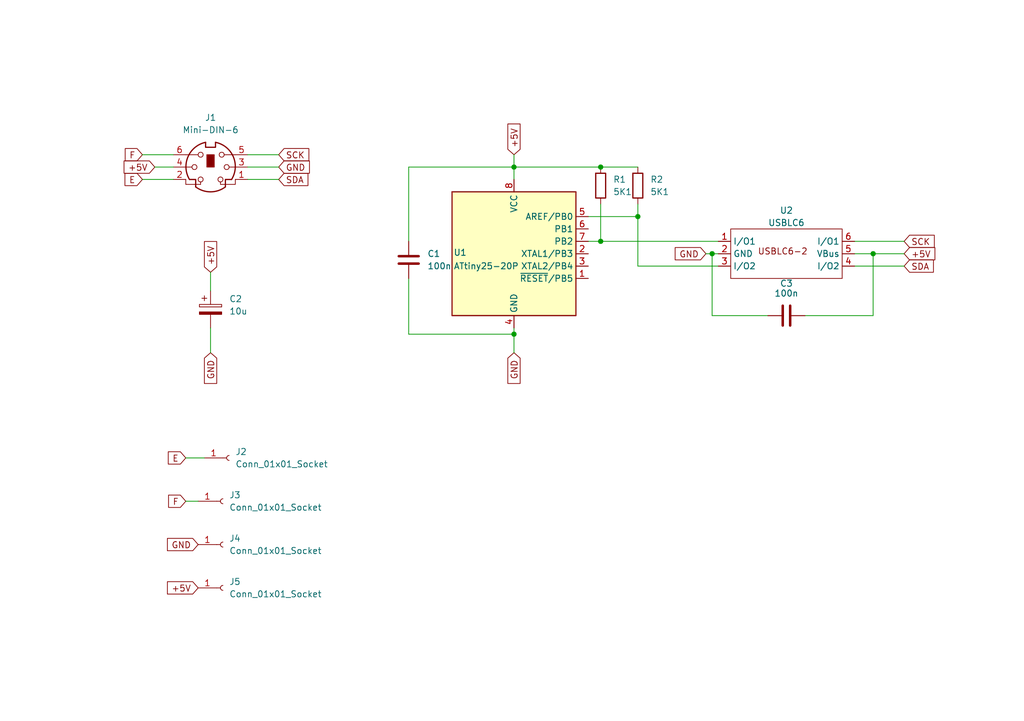
<source format=kicad_sch>
(kicad_sch
	(version 20231120)
	(generator "eeschema")
	(generator_version "8.0")
	(uuid "46bbe0fe-6d2a-4d4d-b5fe-6792d2244ff1")
	(paper "A5")
	(lib_symbols
		(symbol "Connector:Conn_01x01_Socket"
			(pin_names
				(offset 1.016) hide)
			(exclude_from_sim no)
			(in_bom yes)
			(on_board yes)
			(property "Reference" "J"
				(at 0 2.54 0)
				(effects
					(font
						(size 1.27 1.27)
					)
				)
			)
			(property "Value" "Conn_01x01_Socket"
				(at 0 -2.54 0)
				(effects
					(font
						(size 1.27 1.27)
					)
				)
			)
			(property "Footprint" ""
				(at 0 0 0)
				(effects
					(font
						(size 1.27 1.27)
					)
					(hide yes)
				)
			)
			(property "Datasheet" "~"
				(at 0 0 0)
				(effects
					(font
						(size 1.27 1.27)
					)
					(hide yes)
				)
			)
			(property "Description" "Generic connector, single row, 01x01, script generated"
				(at 0 0 0)
				(effects
					(font
						(size 1.27 1.27)
					)
					(hide yes)
				)
			)
			(property "ki_locked" ""
				(at 0 0 0)
				(effects
					(font
						(size 1.27 1.27)
					)
				)
			)
			(property "ki_keywords" "connector"
				(at 0 0 0)
				(effects
					(font
						(size 1.27 1.27)
					)
					(hide yes)
				)
			)
			(property "ki_fp_filters" "Connector*:*_1x??_*"
				(at 0 0 0)
				(effects
					(font
						(size 1.27 1.27)
					)
					(hide yes)
				)
			)
			(symbol "Conn_01x01_Socket_1_1"
				(polyline
					(pts
						(xy -1.27 0) (xy -0.508 0)
					)
					(stroke
						(width 0.1524)
						(type default)
					)
					(fill
						(type none)
					)
				)
				(arc
					(start 0 0.508)
					(mid -0.5058 0)
					(end 0 -0.508)
					(stroke
						(width 0.1524)
						(type default)
					)
					(fill
						(type none)
					)
				)
				(pin passive line
					(at -5.08 0 0)
					(length 3.81)
					(name "Pin_1"
						(effects
							(font
								(size 1.27 1.27)
							)
						)
					)
					(number "1"
						(effects
							(font
								(size 1.27 1.27)
							)
						)
					)
				)
			)
		)
		(symbol "Connector:Mini-DIN-6"
			(pin_names
				(offset 1.016)
			)
			(exclude_from_sim no)
			(in_bom yes)
			(on_board yes)
			(property "Reference" "J"
				(at 0 6.35 0)
				(effects
					(font
						(size 1.27 1.27)
					)
				)
			)
			(property "Value" "Mini-DIN-6"
				(at 0 -6.35 0)
				(effects
					(font
						(size 1.27 1.27)
					)
				)
			)
			(property "Footprint" ""
				(at 0 0 0)
				(effects
					(font
						(size 1.27 1.27)
					)
					(hide yes)
				)
			)
			(property "Datasheet" "http://service.powerdynamics.com/ec/Catalog17/Section%2011.pdf"
				(at 0 0 0)
				(effects
					(font
						(size 1.27 1.27)
					)
					(hide yes)
				)
			)
			(property "Description" "6-pin Mini-DIN connector"
				(at 0 0 0)
				(effects
					(font
						(size 1.27 1.27)
					)
					(hide yes)
				)
			)
			(property "ki_keywords" "Mini-DIN"
				(at 0 0 0)
				(effects
					(font
						(size 1.27 1.27)
					)
					(hide yes)
				)
			)
			(property "ki_fp_filters" "MINI?DIN*"
				(at 0 0 0)
				(effects
					(font
						(size 1.27 1.27)
					)
					(hide yes)
				)
			)
			(symbol "Mini-DIN-6_0_1"
				(circle
					(center -3.302 0)
					(radius 0.508)
					(stroke
						(width 0)
						(type default)
					)
					(fill
						(type none)
					)
				)
				(arc
					(start -3.048 -4.064)
					(mid 0 -5.08)
					(end 3.048 -4.064)
					(stroke
						(width 0.254)
						(type default)
					)
					(fill
						(type none)
					)
				)
				(circle
					(center -2.032 -2.54)
					(radius 0.508)
					(stroke
						(width 0)
						(type default)
					)
					(fill
						(type none)
					)
				)
				(circle
					(center -2.032 2.54)
					(radius 0.508)
					(stroke
						(width 0)
						(type default)
					)
					(fill
						(type none)
					)
				)
				(arc
					(start -1.016 5.08)
					(mid -4.6228 2.1214)
					(end -4.318 -2.54)
					(stroke
						(width 0.254)
						(type default)
					)
					(fill
						(type none)
					)
				)
				(rectangle
					(start -0.762 2.54)
					(end 0.762 0)
					(stroke
						(width 0)
						(type default)
					)
					(fill
						(type outline)
					)
				)
				(polyline
					(pts
						(xy -3.81 0) (xy -5.08 0)
					)
					(stroke
						(width 0)
						(type default)
					)
					(fill
						(type none)
					)
				)
				(polyline
					(pts
						(xy -2.54 2.54) (xy -5.08 2.54)
					)
					(stroke
						(width 0)
						(type default)
					)
					(fill
						(type none)
					)
				)
				(polyline
					(pts
						(xy 2.794 2.54) (xy 5.08 2.54)
					)
					(stroke
						(width 0)
						(type default)
					)
					(fill
						(type none)
					)
				)
				(polyline
					(pts
						(xy 5.08 0) (xy 3.81 0)
					)
					(stroke
						(width 0)
						(type default)
					)
					(fill
						(type none)
					)
				)
				(polyline
					(pts
						(xy -4.318 -2.54) (xy -3.048 -2.54) (xy -3.048 -4.064)
					)
					(stroke
						(width 0.254)
						(type default)
					)
					(fill
						(type none)
					)
				)
				(polyline
					(pts
						(xy 4.318 -2.54) (xy 3.048 -2.54) (xy 3.048 -4.064)
					)
					(stroke
						(width 0.254)
						(type default)
					)
					(fill
						(type none)
					)
				)
				(polyline
					(pts
						(xy -2.032 -3.048) (xy -2.032 -3.556) (xy -5.08 -3.556) (xy -5.08 -2.54)
					)
					(stroke
						(width 0)
						(type default)
					)
					(fill
						(type none)
					)
				)
				(polyline
					(pts
						(xy -1.016 5.08) (xy -1.016 4.064) (xy 1.016 4.064) (xy 1.016 5.08)
					)
					(stroke
						(width 0.254)
						(type default)
					)
					(fill
						(type none)
					)
				)
				(polyline
					(pts
						(xy 2.032 -3.048) (xy 2.032 -3.556) (xy 5.08 -3.556) (xy 5.08 -2.54)
					)
					(stroke
						(width 0)
						(type default)
					)
					(fill
						(type none)
					)
				)
				(circle
					(center 2.032 -2.54)
					(radius 0.508)
					(stroke
						(width 0)
						(type default)
					)
					(fill
						(type none)
					)
				)
				(circle
					(center 2.286 2.54)
					(radius 0.508)
					(stroke
						(width 0)
						(type default)
					)
					(fill
						(type none)
					)
				)
				(circle
					(center 3.302 0)
					(radius 0.508)
					(stroke
						(width 0)
						(type default)
					)
					(fill
						(type none)
					)
				)
				(arc
					(start 4.318 -2.54)
					(mid 4.6661 2.1322)
					(end 1.016 5.08)
					(stroke
						(width 0.254)
						(type default)
					)
					(fill
						(type none)
					)
				)
			)
			(symbol "Mini-DIN-6_1_1"
				(pin passive line
					(at 7.62 -2.54 180)
					(length 2.54)
					(name "~"
						(effects
							(font
								(size 1.27 1.27)
							)
						)
					)
					(number "1"
						(effects
							(font
								(size 1.27 1.27)
							)
						)
					)
				)
				(pin passive line
					(at -7.62 -2.54 0)
					(length 2.54)
					(name "~"
						(effects
							(font
								(size 1.27 1.27)
							)
						)
					)
					(number "2"
						(effects
							(font
								(size 1.27 1.27)
							)
						)
					)
				)
				(pin passive line
					(at 7.62 0 180)
					(length 2.54)
					(name "~"
						(effects
							(font
								(size 1.27 1.27)
							)
						)
					)
					(number "3"
						(effects
							(font
								(size 1.27 1.27)
							)
						)
					)
				)
				(pin passive line
					(at -7.62 0 0)
					(length 2.54)
					(name "~"
						(effects
							(font
								(size 1.27 1.27)
							)
						)
					)
					(number "4"
						(effects
							(font
								(size 1.27 1.27)
							)
						)
					)
				)
				(pin passive line
					(at 7.62 2.54 180)
					(length 2.54)
					(name "~"
						(effects
							(font
								(size 1.27 1.27)
							)
						)
					)
					(number "5"
						(effects
							(font
								(size 1.27 1.27)
							)
						)
					)
				)
				(pin passive line
					(at -7.62 2.54 0)
					(length 2.54)
					(name "~"
						(effects
							(font
								(size 1.27 1.27)
							)
						)
					)
					(number "6"
						(effects
							(font
								(size 1.27 1.27)
							)
						)
					)
				)
			)
		)
		(symbol "Device:C"
			(pin_numbers hide)
			(pin_names
				(offset 0.254)
			)
			(exclude_from_sim no)
			(in_bom yes)
			(on_board yes)
			(property "Reference" "C"
				(at 0.635 2.54 0)
				(effects
					(font
						(size 1.27 1.27)
					)
					(justify left)
				)
			)
			(property "Value" "C"
				(at 0.635 -2.54 0)
				(effects
					(font
						(size 1.27 1.27)
					)
					(justify left)
				)
			)
			(property "Footprint" ""
				(at 0.9652 -3.81 0)
				(effects
					(font
						(size 1.27 1.27)
					)
					(hide yes)
				)
			)
			(property "Datasheet" "~"
				(at 0 0 0)
				(effects
					(font
						(size 1.27 1.27)
					)
					(hide yes)
				)
			)
			(property "Description" "Unpolarized capacitor"
				(at 0 0 0)
				(effects
					(font
						(size 1.27 1.27)
					)
					(hide yes)
				)
			)
			(property "ki_keywords" "cap capacitor"
				(at 0 0 0)
				(effects
					(font
						(size 1.27 1.27)
					)
					(hide yes)
				)
			)
			(property "ki_fp_filters" "C_*"
				(at 0 0 0)
				(effects
					(font
						(size 1.27 1.27)
					)
					(hide yes)
				)
			)
			(symbol "C_0_1"
				(polyline
					(pts
						(xy -2.032 -0.762) (xy 2.032 -0.762)
					)
					(stroke
						(width 0.508)
						(type default)
					)
					(fill
						(type none)
					)
				)
				(polyline
					(pts
						(xy -2.032 0.762) (xy 2.032 0.762)
					)
					(stroke
						(width 0.508)
						(type default)
					)
					(fill
						(type none)
					)
				)
			)
			(symbol "C_1_1"
				(pin passive line
					(at 0 3.81 270)
					(length 2.794)
					(name "~"
						(effects
							(font
								(size 1.27 1.27)
							)
						)
					)
					(number "1"
						(effects
							(font
								(size 1.27 1.27)
							)
						)
					)
				)
				(pin passive line
					(at 0 -3.81 90)
					(length 2.794)
					(name "~"
						(effects
							(font
								(size 1.27 1.27)
							)
						)
					)
					(number "2"
						(effects
							(font
								(size 1.27 1.27)
							)
						)
					)
				)
			)
		)
		(symbol "Device:C_Polarized"
			(pin_numbers hide)
			(pin_names
				(offset 0.254)
			)
			(exclude_from_sim no)
			(in_bom yes)
			(on_board yes)
			(property "Reference" "C"
				(at 0.635 2.54 0)
				(effects
					(font
						(size 1.27 1.27)
					)
					(justify left)
				)
			)
			(property "Value" "C_Polarized"
				(at 0.635 -2.54 0)
				(effects
					(font
						(size 1.27 1.27)
					)
					(justify left)
				)
			)
			(property "Footprint" ""
				(at 0.9652 -3.81 0)
				(effects
					(font
						(size 1.27 1.27)
					)
					(hide yes)
				)
			)
			(property "Datasheet" "~"
				(at 0 0 0)
				(effects
					(font
						(size 1.27 1.27)
					)
					(hide yes)
				)
			)
			(property "Description" "Polarized capacitor"
				(at 0 0 0)
				(effects
					(font
						(size 1.27 1.27)
					)
					(hide yes)
				)
			)
			(property "ki_keywords" "cap capacitor"
				(at 0 0 0)
				(effects
					(font
						(size 1.27 1.27)
					)
					(hide yes)
				)
			)
			(property "ki_fp_filters" "CP_*"
				(at 0 0 0)
				(effects
					(font
						(size 1.27 1.27)
					)
					(hide yes)
				)
			)
			(symbol "C_Polarized_0_1"
				(rectangle
					(start -2.286 0.508)
					(end 2.286 1.016)
					(stroke
						(width 0)
						(type default)
					)
					(fill
						(type none)
					)
				)
				(polyline
					(pts
						(xy -1.778 2.286) (xy -0.762 2.286)
					)
					(stroke
						(width 0)
						(type default)
					)
					(fill
						(type none)
					)
				)
				(polyline
					(pts
						(xy -1.27 2.794) (xy -1.27 1.778)
					)
					(stroke
						(width 0)
						(type default)
					)
					(fill
						(type none)
					)
				)
				(rectangle
					(start 2.286 -0.508)
					(end -2.286 -1.016)
					(stroke
						(width 0)
						(type default)
					)
					(fill
						(type outline)
					)
				)
			)
			(symbol "C_Polarized_1_1"
				(pin passive line
					(at 0 3.81 270)
					(length 2.794)
					(name "~"
						(effects
							(font
								(size 1.27 1.27)
							)
						)
					)
					(number "1"
						(effects
							(font
								(size 1.27 1.27)
							)
						)
					)
				)
				(pin passive line
					(at 0 -3.81 90)
					(length 2.794)
					(name "~"
						(effects
							(font
								(size 1.27 1.27)
							)
						)
					)
					(number "2"
						(effects
							(font
								(size 1.27 1.27)
							)
						)
					)
				)
			)
		)
		(symbol "Device:R"
			(pin_numbers hide)
			(pin_names
				(offset 0)
			)
			(exclude_from_sim no)
			(in_bom yes)
			(on_board yes)
			(property "Reference" "R"
				(at 2.032 0 90)
				(effects
					(font
						(size 1.27 1.27)
					)
				)
			)
			(property "Value" "R"
				(at 0 0 90)
				(effects
					(font
						(size 1.27 1.27)
					)
				)
			)
			(property "Footprint" ""
				(at -1.778 0 90)
				(effects
					(font
						(size 1.27 1.27)
					)
					(hide yes)
				)
			)
			(property "Datasheet" "~"
				(at 0 0 0)
				(effects
					(font
						(size 1.27 1.27)
					)
					(hide yes)
				)
			)
			(property "Description" "Resistor"
				(at 0 0 0)
				(effects
					(font
						(size 1.27 1.27)
					)
					(hide yes)
				)
			)
			(property "ki_keywords" "R res resistor"
				(at 0 0 0)
				(effects
					(font
						(size 1.27 1.27)
					)
					(hide yes)
				)
			)
			(property "ki_fp_filters" "R_*"
				(at 0 0 0)
				(effects
					(font
						(size 1.27 1.27)
					)
					(hide yes)
				)
			)
			(symbol "R_0_1"
				(rectangle
					(start -1.016 -2.54)
					(end 1.016 2.54)
					(stroke
						(width 0.254)
						(type default)
					)
					(fill
						(type none)
					)
				)
			)
			(symbol "R_1_1"
				(pin passive line
					(at 0 3.81 270)
					(length 1.27)
					(name "~"
						(effects
							(font
								(size 1.27 1.27)
							)
						)
					)
					(number "1"
						(effects
							(font
								(size 1.27 1.27)
							)
						)
					)
				)
				(pin passive line
					(at 0 -3.81 90)
					(length 1.27)
					(name "~"
						(effects
							(font
								(size 1.27 1.27)
							)
						)
					)
					(number "2"
						(effects
							(font
								(size 1.27 1.27)
							)
						)
					)
				)
			)
		)
		(symbol "Library:USBLC6-2"
			(exclude_from_sim no)
			(in_bom yes)
			(on_board yes)
			(property "Reference" "U"
				(at 0 3.81 0)
				(effects
					(font
						(size 1.27 1.27)
					)
				)
			)
			(property "Value" ""
				(at 0 0 0)
				(effects
					(font
						(size 1.27 1.27)
					)
				)
			)
			(property "Footprint" ""
				(at 0 0 0)
				(effects
					(font
						(size 1.27 1.27)
					)
					(hide yes)
				)
			)
			(property "Datasheet" ""
				(at 0 0 0)
				(effects
					(font
						(size 1.27 1.27)
					)
					(hide yes)
				)
			)
			(property "Description" ""
				(at 0 0 0)
				(effects
					(font
						(size 1.27 1.27)
					)
					(hide yes)
				)
			)
			(symbol "USBLC6-2_0_1"
				(rectangle
					(start 12.7 1.27)
					(end -10.16 11.43)
					(stroke
						(width 0)
						(type default)
					)
					(fill
						(type none)
					)
				)
			)
			(symbol "USBLC6-2_1_1"
				(text "USBLC6-2"
					(at 0.508 6.858 0)
					(effects
						(font
							(size 1.27 1.27)
						)
					)
				)
				(pin bidirectional line
					(at -12.7 8.89 0)
					(length 2.54)
					(name "I/O1"
						(effects
							(font
								(size 1.27 1.27)
							)
						)
					)
					(number "1"
						(effects
							(font
								(size 1.27 1.27)
							)
						)
					)
				)
				(pin bidirectional line
					(at -12.7 6.35 0)
					(length 2.54)
					(name "GND"
						(effects
							(font
								(size 1.27 1.27)
							)
						)
					)
					(number "2"
						(effects
							(font
								(size 1.27 1.27)
							)
						)
					)
				)
				(pin bidirectional line
					(at -12.7 3.81 0)
					(length 2.54)
					(name "I/O2"
						(effects
							(font
								(size 1.27 1.27)
							)
						)
					)
					(number "3"
						(effects
							(font
								(size 1.27 1.27)
							)
						)
					)
				)
				(pin bidirectional line
					(at 15.24 3.81 180)
					(length 2.54)
					(name "I/O2"
						(effects
							(font
								(size 1.27 1.27)
							)
						)
					)
					(number "4"
						(effects
							(font
								(size 1.27 1.27)
							)
						)
					)
				)
				(pin bidirectional line
					(at 15.24 6.35 180)
					(length 2.54)
					(name "VBus"
						(effects
							(font
								(size 1.27 1.27)
							)
						)
					)
					(number "5"
						(effects
							(font
								(size 1.27 1.27)
							)
						)
					)
				)
				(pin bidirectional line
					(at 15.24 8.89 180)
					(length 2.54)
					(name "I/O1"
						(effects
							(font
								(size 1.27 1.27)
							)
						)
					)
					(number "6"
						(effects
							(font
								(size 1.27 1.27)
							)
						)
					)
				)
			)
		)
		(symbol "MCU_Microchip_ATtiny:ATtiny25-20P"
			(exclude_from_sim no)
			(in_bom yes)
			(on_board yes)
			(property "Reference" "U"
				(at -12.7 13.97 0)
				(effects
					(font
						(size 1.27 1.27)
					)
					(justify left bottom)
				)
			)
			(property "Value" "ATtiny25-20P"
				(at 2.54 -13.97 0)
				(effects
					(font
						(size 1.27 1.27)
					)
					(justify left top)
				)
			)
			(property "Footprint" "Package_DIP:DIP-8_W7.62mm"
				(at 0 0 0)
				(effects
					(font
						(size 1.27 1.27)
						(italic yes)
					)
					(hide yes)
				)
			)
			(property "Datasheet" "http://ww1.microchip.com/downloads/en/DeviceDoc/atmel-2586-avr-8-bit-microcontroller-attiny25-attiny45-attiny85_datasheet.pdf"
				(at 0 0 0)
				(effects
					(font
						(size 1.27 1.27)
					)
					(hide yes)
				)
			)
			(property "Description" "20MHz, 2kB Flash, 128B SRAM, 128B EEPROM, debugWIRE, DIP-8"
				(at 0 0 0)
				(effects
					(font
						(size 1.27 1.27)
					)
					(hide yes)
				)
			)
			(property "ki_keywords" "AVR 8bit Microcontroller tinyAVR"
				(at 0 0 0)
				(effects
					(font
						(size 1.27 1.27)
					)
					(hide yes)
				)
			)
			(property "ki_fp_filters" "DIP*W7.62mm*"
				(at 0 0 0)
				(effects
					(font
						(size 1.27 1.27)
					)
					(hide yes)
				)
			)
			(symbol "ATtiny25-20P_0_1"
				(rectangle
					(start -12.7 -12.7)
					(end 12.7 12.7)
					(stroke
						(width 0.254)
						(type default)
					)
					(fill
						(type background)
					)
				)
			)
			(symbol "ATtiny25-20P_1_1"
				(pin bidirectional line
					(at 15.24 -5.08 180)
					(length 2.54)
					(name "~{RESET}/PB5"
						(effects
							(font
								(size 1.27 1.27)
							)
						)
					)
					(number "1"
						(effects
							(font
								(size 1.27 1.27)
							)
						)
					)
				)
				(pin bidirectional line
					(at 15.24 0 180)
					(length 2.54)
					(name "XTAL1/PB3"
						(effects
							(font
								(size 1.27 1.27)
							)
						)
					)
					(number "2"
						(effects
							(font
								(size 1.27 1.27)
							)
						)
					)
				)
				(pin bidirectional line
					(at 15.24 -2.54 180)
					(length 2.54)
					(name "XTAL2/PB4"
						(effects
							(font
								(size 1.27 1.27)
							)
						)
					)
					(number "3"
						(effects
							(font
								(size 1.27 1.27)
							)
						)
					)
				)
				(pin power_in line
					(at 0 -15.24 90)
					(length 2.54)
					(name "GND"
						(effects
							(font
								(size 1.27 1.27)
							)
						)
					)
					(number "4"
						(effects
							(font
								(size 1.27 1.27)
							)
						)
					)
				)
				(pin bidirectional line
					(at 15.24 7.62 180)
					(length 2.54)
					(name "AREF/PB0"
						(effects
							(font
								(size 1.27 1.27)
							)
						)
					)
					(number "5"
						(effects
							(font
								(size 1.27 1.27)
							)
						)
					)
				)
				(pin bidirectional line
					(at 15.24 5.08 180)
					(length 2.54)
					(name "PB1"
						(effects
							(font
								(size 1.27 1.27)
							)
						)
					)
					(number "6"
						(effects
							(font
								(size 1.27 1.27)
							)
						)
					)
				)
				(pin bidirectional line
					(at 15.24 2.54 180)
					(length 2.54)
					(name "PB2"
						(effects
							(font
								(size 1.27 1.27)
							)
						)
					)
					(number "7"
						(effects
							(font
								(size 1.27 1.27)
							)
						)
					)
				)
				(pin power_in line
					(at 0 15.24 270)
					(length 2.54)
					(name "VCC"
						(effects
							(font
								(size 1.27 1.27)
							)
						)
					)
					(number "8"
						(effects
							(font
								(size 1.27 1.27)
							)
						)
					)
				)
			)
		)
	)
	(junction
		(at 179.07 52.07)
		(diameter 0)
		(color 0 0 0 0)
		(uuid "76f2e7e7-e0be-44ce-8ac4-412f1bf22540")
	)
	(junction
		(at 105.41 68.58)
		(diameter 0)
		(color 0 0 0 0)
		(uuid "83c73e9e-137e-470c-b980-e7aec861e2fe")
	)
	(junction
		(at 130.81 44.45)
		(diameter 0)
		(color 0 0 0 0)
		(uuid "8555a325-5542-47b9-884b-5ff503776180")
	)
	(junction
		(at 123.19 34.29)
		(diameter 0)
		(color 0 0 0 0)
		(uuid "c29cda75-e7e3-4fc0-9ebf-f03cb6420c86")
	)
	(junction
		(at 123.19 49.53)
		(diameter 0)
		(color 0 0 0 0)
		(uuid "e13b1b27-3978-4477-a02a-eca09d231b17")
	)
	(junction
		(at 146.05 52.07)
		(diameter 0)
		(color 0 0 0 0)
		(uuid "e5d2a8a5-651f-47ef-849f-1fb05964e757")
	)
	(junction
		(at 105.41 34.29)
		(diameter 0)
		(color 0 0 0 0)
		(uuid "f2e5b0bf-e7f8-4923-bd51-5f9becbebe8c")
	)
	(wire
		(pts
			(xy 130.81 44.45) (xy 130.81 54.61)
		)
		(stroke
			(width 0)
			(type default)
		)
		(uuid "0223bc7f-1590-41e4-bd71-cfdb78d9c536")
	)
	(wire
		(pts
			(xy 144.78 52.07) (xy 146.05 52.07)
		)
		(stroke
			(width 0)
			(type default)
		)
		(uuid "023db155-cce2-454f-ab01-ed368f9fa2e4")
	)
	(wire
		(pts
			(xy 105.41 31.75) (xy 105.41 34.29)
		)
		(stroke
			(width 0)
			(type default)
		)
		(uuid "0c2dbd07-ef36-4531-b041-0d99900939e0")
	)
	(wire
		(pts
			(xy 179.07 64.77) (xy 179.07 52.07)
		)
		(stroke
			(width 0)
			(type default)
		)
		(uuid "1734dce9-f328-4758-bb5a-cc2e9606e7fa")
	)
	(wire
		(pts
			(xy 50.8 36.83) (xy 57.15 36.83)
		)
		(stroke
			(width 0)
			(type default)
		)
		(uuid "1ee9b492-540d-419a-83f4-ea42efc1ede2")
	)
	(wire
		(pts
			(xy 105.41 34.29) (xy 123.19 34.29)
		)
		(stroke
			(width 0)
			(type default)
		)
		(uuid "20864270-8763-4351-adea-d0692e1b2f6e")
	)
	(wire
		(pts
			(xy 120.65 49.53) (xy 123.19 49.53)
		)
		(stroke
			(width 0)
			(type default)
		)
		(uuid "21185ec9-3a6b-4ee3-a6ed-bcacf59be830")
	)
	(wire
		(pts
			(xy 165.1 64.77) (xy 179.07 64.77)
		)
		(stroke
			(width 0)
			(type default)
		)
		(uuid "2676b3a8-afe1-4a4f-ab24-aa80dc09dd9b")
	)
	(wire
		(pts
			(xy 38.1 102.87) (xy 40.64 102.87)
		)
		(stroke
			(width 0)
			(type default)
		)
		(uuid "2e37ca04-e8dc-4433-8acc-705f1449abb3")
	)
	(wire
		(pts
			(xy 83.82 49.53) (xy 83.82 34.29)
		)
		(stroke
			(width 0)
			(type default)
		)
		(uuid "3659fa30-4cea-4d6d-8330-6d367ba05425")
	)
	(wire
		(pts
			(xy 175.26 54.61) (xy 185.42 54.61)
		)
		(stroke
			(width 0)
			(type default)
		)
		(uuid "3bf2cb71-aed8-4df8-bc3c-8b5163259c5a")
	)
	(wire
		(pts
			(xy 83.82 57.15) (xy 83.82 68.58)
		)
		(stroke
			(width 0)
			(type default)
		)
		(uuid "3ce5643f-65d2-47d6-97a3-b9016b66c3c2")
	)
	(wire
		(pts
			(xy 146.05 64.77) (xy 146.05 52.07)
		)
		(stroke
			(width 0)
			(type default)
		)
		(uuid "440787e8-5cd3-4b91-a14a-49d2dd134d08")
	)
	(wire
		(pts
			(xy 130.81 41.91) (xy 130.81 44.45)
		)
		(stroke
			(width 0)
			(type default)
		)
		(uuid "447f8943-6bbc-41d5-b84b-b100edecafbb")
	)
	(wire
		(pts
			(xy 83.82 68.58) (xy 105.41 68.58)
		)
		(stroke
			(width 0)
			(type default)
		)
		(uuid "46838316-917d-4aac-bcb0-ffc0118ee15d")
	)
	(wire
		(pts
			(xy 120.65 44.45) (xy 130.81 44.45)
		)
		(stroke
			(width 0)
			(type default)
		)
		(uuid "53640598-6dd3-48ec-8f3f-50c2847f7e28")
	)
	(wire
		(pts
			(xy 123.19 49.53) (xy 147.32 49.53)
		)
		(stroke
			(width 0)
			(type default)
		)
		(uuid "56a9e9f8-a970-4fae-a8d4-882799824312")
	)
	(wire
		(pts
			(xy 179.07 52.07) (xy 185.42 52.07)
		)
		(stroke
			(width 0)
			(type default)
		)
		(uuid "56e94981-0256-4e41-bfeb-e3a454ea6405")
	)
	(wire
		(pts
			(xy 105.41 68.58) (xy 105.41 72.39)
		)
		(stroke
			(width 0)
			(type default)
		)
		(uuid "57403cfb-09eb-4d7b-b7de-9c59af994393")
	)
	(wire
		(pts
			(xy 29.21 31.75) (xy 35.56 31.75)
		)
		(stroke
			(width 0)
			(type default)
		)
		(uuid "576d9a93-6724-4743-af6b-49e6d034f088")
	)
	(wire
		(pts
			(xy 130.81 54.61) (xy 147.32 54.61)
		)
		(stroke
			(width 0)
			(type default)
		)
		(uuid "61bebf16-c720-48eb-98f4-c5ad1b7fae06")
	)
	(wire
		(pts
			(xy 146.05 52.07) (xy 147.32 52.07)
		)
		(stroke
			(width 0)
			(type default)
		)
		(uuid "6846c5f4-d525-42a2-8388-7785329bd6c1")
	)
	(wire
		(pts
			(xy 50.8 31.75) (xy 57.15 31.75)
		)
		(stroke
			(width 0)
			(type default)
		)
		(uuid "79c1ce16-3e4a-477c-9c28-71fbf5473754")
	)
	(wire
		(pts
			(xy 43.18 55.88) (xy 43.18 59.69)
		)
		(stroke
			(width 0)
			(type default)
		)
		(uuid "8f28f3fd-718c-4d96-ad93-ee5dcb0a2ad1")
	)
	(wire
		(pts
			(xy 175.26 49.53) (xy 185.42 49.53)
		)
		(stroke
			(width 0)
			(type default)
		)
		(uuid "ab1b8c6e-8212-4229-8f7c-52446b4baae7")
	)
	(wire
		(pts
			(xy 50.8 34.29) (xy 57.15 34.29)
		)
		(stroke
			(width 0)
			(type default)
		)
		(uuid "b3958006-60e6-49d5-bdb0-0d3f18b2953a")
	)
	(wire
		(pts
			(xy 38.1 93.98) (xy 41.91 93.98)
		)
		(stroke
			(width 0)
			(type default)
		)
		(uuid "b666aa87-7529-4034-a262-8cf48a24588f")
	)
	(wire
		(pts
			(xy 105.41 34.29) (xy 105.41 36.83)
		)
		(stroke
			(width 0)
			(type default)
		)
		(uuid "b96a22e9-a2b5-44e8-9eeb-3578feda5501")
	)
	(wire
		(pts
			(xy 175.26 52.07) (xy 179.07 52.07)
		)
		(stroke
			(width 0)
			(type default)
		)
		(uuid "c409988e-057f-4627-a0a8-96a5d7d627f7")
	)
	(wire
		(pts
			(xy 83.82 34.29) (xy 105.41 34.29)
		)
		(stroke
			(width 0)
			(type default)
		)
		(uuid "c738e03b-9837-4017-9736-f857e55385bc")
	)
	(wire
		(pts
			(xy 105.41 67.31) (xy 105.41 68.58)
		)
		(stroke
			(width 0)
			(type default)
		)
		(uuid "c74fb774-2937-4fcc-8c85-c56aea847693")
	)
	(wire
		(pts
			(xy 123.19 34.29) (xy 130.81 34.29)
		)
		(stroke
			(width 0)
			(type default)
		)
		(uuid "cab694e2-0bf9-4f3c-9b20-53142f17db9e")
	)
	(wire
		(pts
			(xy 157.48 64.77) (xy 146.05 64.77)
		)
		(stroke
			(width 0)
			(type default)
		)
		(uuid "d2a3abee-92cb-4c6a-9e57-00bd6abd256c")
	)
	(wire
		(pts
			(xy 31.75 34.29) (xy 35.56 34.29)
		)
		(stroke
			(width 0)
			(type default)
		)
		(uuid "d413305e-5493-4179-9e41-d57a62b9c28b")
	)
	(wire
		(pts
			(xy 123.19 41.91) (xy 123.19 49.53)
		)
		(stroke
			(width 0)
			(type default)
		)
		(uuid "f7c4dd7d-7f8f-4879-afe0-5063a3fd933b")
	)
	(wire
		(pts
			(xy 43.18 67.31) (xy 43.18 72.39)
		)
		(stroke
			(width 0)
			(type default)
		)
		(uuid "fdf0f98e-11d3-46de-8dc2-8e82897510dd")
	)
	(wire
		(pts
			(xy 29.21 36.83) (xy 35.56 36.83)
		)
		(stroke
			(width 0)
			(type default)
		)
		(uuid "ffef797e-c4d2-4a14-ba1f-f11557fde444")
	)
	(global_label "+5V"
		(shape input)
		(at 40.64 120.65 180)
		(fields_autoplaced yes)
		(effects
			(font
				(size 1.27 1.27)
			)
			(justify right)
		)
		(uuid "06d6a49f-683f-41fd-94ed-71154d32fe74")
		(property "Intersheetrefs" "${INTERSHEET_REFS}"
			(at 33.7843 120.65 0)
			(effects
				(font
					(size 1.27 1.27)
				)
				(justify right)
				(hide yes)
			)
		)
	)
	(global_label "+5V"
		(shape input)
		(at 185.42 52.07 0)
		(fields_autoplaced yes)
		(effects
			(font
				(size 1.27 1.27)
			)
			(justify left)
		)
		(uuid "2b48d12d-73ba-4ba9-9422-cbb3aeaa4e70")
		(property "Intersheetrefs" "${INTERSHEET_REFS}"
			(at 192.2757 52.07 0)
			(effects
				(font
					(size 1.27 1.27)
				)
				(justify left)
				(hide yes)
			)
		)
	)
	(global_label "GND"
		(shape input)
		(at 57.15 34.29 0)
		(fields_autoplaced yes)
		(effects
			(font
				(size 1.27 1.27)
			)
			(justify left)
		)
		(uuid "2d03bb27-f93a-4875-865e-baa5b035eaec")
		(property "Intersheetrefs" "${INTERSHEET_REFS}"
			(at 64.0057 34.29 0)
			(effects
				(font
					(size 1.27 1.27)
				)
				(justify left)
				(hide yes)
			)
		)
	)
	(global_label "GND"
		(shape input)
		(at 43.18 72.39 270)
		(fields_autoplaced yes)
		(effects
			(font
				(size 1.27 1.27)
			)
			(justify right)
		)
		(uuid "3e835021-90e3-4f9a-98b7-5f0cb1fa8176")
		(property "Intersheetrefs" "${INTERSHEET_REFS}"
			(at 43.18 79.2457 90)
			(effects
				(font
					(size 1.27 1.27)
				)
				(justify right)
				(hide yes)
			)
		)
	)
	(global_label "SCK"
		(shape input)
		(at 57.15 31.75 0)
		(fields_autoplaced yes)
		(effects
			(font
				(size 1.27 1.27)
			)
			(justify left)
		)
		(uuid "451fdb76-cbe6-40d7-99c9-649377173602")
		(property "Intersheetrefs" "${INTERSHEET_REFS}"
			(at 63.8847 31.75 0)
			(effects
				(font
					(size 1.27 1.27)
				)
				(justify left)
				(hide yes)
			)
		)
	)
	(global_label "F"
		(shape input)
		(at 29.21 31.75 180)
		(fields_autoplaced yes)
		(effects
			(font
				(size 1.27 1.27)
			)
			(justify right)
		)
		(uuid "4c0eba98-550d-4542-8548-c050592b53ab")
		(property "Intersheetrefs" "${INTERSHEET_REFS}"
			(at 25.1362 31.75 0)
			(effects
				(font
					(size 1.27 1.27)
				)
				(justify right)
				(hide yes)
			)
		)
	)
	(global_label "+5V"
		(shape input)
		(at 43.18 55.88 90)
		(fields_autoplaced yes)
		(effects
			(font
				(size 1.27 1.27)
			)
			(justify left)
		)
		(uuid "5191968e-b0fe-4a01-9d71-4d425dbe7051")
		(property "Intersheetrefs" "${INTERSHEET_REFS}"
			(at 43.18 49.0243 90)
			(effects
				(font
					(size 1.27 1.27)
				)
				(justify left)
				(hide yes)
			)
		)
	)
	(global_label "GND"
		(shape input)
		(at 144.78 52.07 180)
		(fields_autoplaced yes)
		(effects
			(font
				(size 1.27 1.27)
			)
			(justify right)
		)
		(uuid "5d9d2655-878b-40bc-9cda-1c8312941585")
		(property "Intersheetrefs" "${INTERSHEET_REFS}"
			(at 137.9243 52.07 0)
			(effects
				(font
					(size 1.27 1.27)
				)
				(justify right)
				(hide yes)
			)
		)
	)
	(global_label "SCK"
		(shape input)
		(at 185.42 49.53 0)
		(fields_autoplaced yes)
		(effects
			(font
				(size 1.27 1.27)
			)
			(justify left)
		)
		(uuid "5e9f0095-d0e7-4142-b40f-afa0e9edf3c9")
		(property "Intersheetrefs" "${INTERSHEET_REFS}"
			(at 192.1547 49.53 0)
			(effects
				(font
					(size 1.27 1.27)
				)
				(justify left)
				(hide yes)
			)
		)
	)
	(global_label "GND"
		(shape input)
		(at 40.64 111.76 180)
		(fields_autoplaced yes)
		(effects
			(font
				(size 1.27 1.27)
			)
			(justify right)
		)
		(uuid "61668c13-bbe4-4b32-8a7f-7a938a9fcc0a")
		(property "Intersheetrefs" "${INTERSHEET_REFS}"
			(at 33.7843 111.76 0)
			(effects
				(font
					(size 1.27 1.27)
				)
				(justify right)
				(hide yes)
			)
		)
	)
	(global_label "E"
		(shape input)
		(at 29.21 36.83 180)
		(fields_autoplaced yes)
		(effects
			(font
				(size 1.27 1.27)
			)
			(justify right)
		)
		(uuid "6487199b-6334-47d6-a5c1-1f8daf549a7a")
		(property "Intersheetrefs" "${INTERSHEET_REFS}"
			(at 25.0758 36.83 0)
			(effects
				(font
					(size 1.27 1.27)
				)
				(justify right)
				(hide yes)
			)
		)
	)
	(global_label "F"
		(shape input)
		(at 38.1 102.87 180)
		(fields_autoplaced yes)
		(effects
			(font
				(size 1.27 1.27)
			)
			(justify right)
		)
		(uuid "69f75bcc-72b1-4605-9608-2976e1f0a348")
		(property "Intersheetrefs" "${INTERSHEET_REFS}"
			(at 34.0262 102.87 0)
			(effects
				(font
					(size 1.27 1.27)
				)
				(justify right)
				(hide yes)
			)
		)
	)
	(global_label "SDA"
		(shape input)
		(at 57.15 36.83 0)
		(fields_autoplaced yes)
		(effects
			(font
				(size 1.27 1.27)
			)
			(justify left)
		)
		(uuid "70ab9244-d7f8-45b2-afdf-28813e442a73")
		(property "Intersheetrefs" "${INTERSHEET_REFS}"
			(at 63.7033 36.83 0)
			(effects
				(font
					(size 1.27 1.27)
				)
				(justify left)
				(hide yes)
			)
		)
	)
	(global_label "+5V"
		(shape input)
		(at 31.75 34.29 180)
		(fields_autoplaced yes)
		(effects
			(font
				(size 1.27 1.27)
			)
			(justify right)
		)
		(uuid "962901f8-f7db-43a8-a2c0-6e40191b56a0")
		(property "Intersheetrefs" "${INTERSHEET_REFS}"
			(at 24.8943 34.29 0)
			(effects
				(font
					(size 1.27 1.27)
				)
				(justify right)
				(hide yes)
			)
		)
	)
	(global_label "SDA"
		(shape input)
		(at 185.42 54.61 0)
		(fields_autoplaced yes)
		(effects
			(font
				(size 1.27 1.27)
			)
			(justify left)
		)
		(uuid "aa6ae2a3-36cf-4525-b78d-1148b2a5c4cd")
		(property "Intersheetrefs" "${INTERSHEET_REFS}"
			(at 191.9733 54.61 0)
			(effects
				(font
					(size 1.27 1.27)
				)
				(justify left)
				(hide yes)
			)
		)
	)
	(global_label "GND"
		(shape input)
		(at 105.41 72.39 270)
		(fields_autoplaced yes)
		(effects
			(font
				(size 1.27 1.27)
			)
			(justify right)
		)
		(uuid "c0daf9b3-48b6-4f1f-a002-9f4e5e4fd8f8")
		(property "Intersheetrefs" "${INTERSHEET_REFS}"
			(at 105.41 79.2457 90)
			(effects
				(font
					(size 1.27 1.27)
				)
				(justify right)
				(hide yes)
			)
		)
	)
	(global_label "E"
		(shape input)
		(at 38.1 93.98 180)
		(fields_autoplaced yes)
		(effects
			(font
				(size 1.27 1.27)
			)
			(justify right)
		)
		(uuid "e59efe91-ea38-4774-ba93-119933ab87b6")
		(property "Intersheetrefs" "${INTERSHEET_REFS}"
			(at 33.9658 93.98 0)
			(effects
				(font
					(size 1.27 1.27)
				)
				(justify right)
				(hide yes)
			)
		)
	)
	(global_label "+5V"
		(shape input)
		(at 105.41 31.75 90)
		(fields_autoplaced yes)
		(effects
			(font
				(size 1.27 1.27)
			)
			(justify left)
		)
		(uuid "fd92b798-9074-40d7-bec2-f8b78523e1ae")
		(property "Intersheetrefs" "${INTERSHEET_REFS}"
			(at 105.41 24.8943 90)
			(effects
				(font
					(size 1.27 1.27)
				)
				(justify left)
				(hide yes)
			)
		)
	)
	(symbol
		(lib_id "Connector:Conn_01x01_Socket")
		(at 46.99 93.98 0)
		(unit 1)
		(exclude_from_sim no)
		(in_bom yes)
		(on_board yes)
		(dnp no)
		(fields_autoplaced yes)
		(uuid "0f0c17ce-c93b-4e1f-8d95-82ebde24f209")
		(property "Reference" "J2"
			(at 48.26 92.7099 0)
			(effects
				(font
					(size 1.27 1.27)
				)
				(justify left)
			)
		)
		(property "Value" "Conn_01x01_Socket"
			(at 48.26 95.2499 0)
			(effects
				(font
					(size 1.27 1.27)
				)
				(justify left)
			)
		)
		(property "Footprint" "Library2:Banana-Slot"
			(at 46.99 93.98 0)
			(effects
				(font
					(size 1.27 1.27)
				)
				(hide yes)
			)
		)
		(property "Datasheet" "~"
			(at 46.99 93.98 0)
			(effects
				(font
					(size 1.27 1.27)
				)
				(hide yes)
			)
		)
		(property "Description" "Generic connector, single row, 01x01, script generated"
			(at 46.99 93.98 0)
			(effects
				(font
					(size 1.27 1.27)
				)
				(hide yes)
			)
		)
		(pin "1"
			(uuid "8e9f642a-a637-4d45-aeea-3c33f4fc4849")
		)
		(instances
			(project ""
				(path "/46bbe0fe-6d2a-4d4d-b5fe-6792d2244ff1"
					(reference "J2")
					(unit 1)
				)
			)
		)
	)
	(symbol
		(lib_id "Connector:Conn_01x01_Socket")
		(at 45.72 111.76 0)
		(unit 1)
		(exclude_from_sim no)
		(in_bom yes)
		(on_board yes)
		(dnp no)
		(fields_autoplaced yes)
		(uuid "2faedc78-5bb3-4319-880c-0160c5ff0fa1")
		(property "Reference" "J4"
			(at 46.99 110.4899 0)
			(effects
				(font
					(size 1.27 1.27)
				)
				(justify left)
			)
		)
		(property "Value" "Conn_01x01_Socket"
			(at 46.99 113.0299 0)
			(effects
				(font
					(size 1.27 1.27)
				)
				(justify left)
			)
		)
		(property "Footprint" "Library2:Banana-Slot"
			(at 45.72 111.76 0)
			(effects
				(font
					(size 1.27 1.27)
				)
				(hide yes)
			)
		)
		(property "Datasheet" "~"
			(at 45.72 111.76 0)
			(effects
				(font
					(size 1.27 1.27)
				)
				(hide yes)
			)
		)
		(property "Description" "Generic connector, single row, 01x01, script generated"
			(at 45.72 111.76 0)
			(effects
				(font
					(size 1.27 1.27)
				)
				(hide yes)
			)
		)
		(pin "1"
			(uuid "a7c9d420-87b9-499c-b890-d30f28fd3913")
		)
		(instances
			(project ""
				(path "/46bbe0fe-6d2a-4d4d-b5fe-6792d2244ff1"
					(reference "J4")
					(unit 1)
				)
			)
		)
	)
	(symbol
		(lib_id "Device:R")
		(at 123.19 38.1 0)
		(unit 1)
		(exclude_from_sim no)
		(in_bom yes)
		(on_board yes)
		(dnp no)
		(fields_autoplaced yes)
		(uuid "3015d1ae-fc18-4495-b7c2-bd0b15ffc3a1")
		(property "Reference" "R1"
			(at 125.73 36.8299 0)
			(effects
				(font
					(size 1.27 1.27)
				)
				(justify left)
			)
		)
		(property "Value" "5K1"
			(at 125.73 39.3699 0)
			(effects
				(font
					(size 1.27 1.27)
				)
				(justify left)
			)
		)
		(property "Footprint" "Resistor_THT:R_Axial_DIN0207_L6.3mm_D2.5mm_P10.16mm_Horizontal"
			(at 121.412 38.1 90)
			(effects
				(font
					(size 1.27 1.27)
				)
				(hide yes)
			)
		)
		(property "Datasheet" "~"
			(at 123.19 38.1 0)
			(effects
				(font
					(size 1.27 1.27)
				)
				(hide yes)
			)
		)
		(property "Description" "Resistor"
			(at 123.19 38.1 0)
			(effects
				(font
					(size 1.27 1.27)
				)
				(hide yes)
			)
		)
		(pin "1"
			(uuid "9cdc24f6-b060-41d9-95e9-35cdfb27abf2")
		)
		(pin "2"
			(uuid "67764d15-77be-49a9-997b-c34f6dc943b0")
		)
		(instances
			(project ""
				(path "/46bbe0fe-6d2a-4d4d-b5fe-6792d2244ff1"
					(reference "R1")
					(unit 1)
				)
			)
		)
	)
	(symbol
		(lib_id "Device:R")
		(at 130.81 38.1 0)
		(unit 1)
		(exclude_from_sim no)
		(in_bom yes)
		(on_board yes)
		(dnp no)
		(fields_autoplaced yes)
		(uuid "37133aaf-57cb-4ba8-886f-5ad0fc3be4bf")
		(property "Reference" "R2"
			(at 133.35 36.8299 0)
			(effects
				(font
					(size 1.27 1.27)
				)
				(justify left)
			)
		)
		(property "Value" "5K1"
			(at 133.35 39.3699 0)
			(effects
				(font
					(size 1.27 1.27)
				)
				(justify left)
			)
		)
		(property "Footprint" "Resistor_THT:R_Axial_DIN0207_L6.3mm_D2.5mm_P10.16mm_Horizontal"
			(at 129.032 38.1 90)
			(effects
				(font
					(size 1.27 1.27)
				)
				(hide yes)
			)
		)
		(property "Datasheet" "~"
			(at 130.81 38.1 0)
			(effects
				(font
					(size 1.27 1.27)
				)
				(hide yes)
			)
		)
		(property "Description" "Resistor"
			(at 130.81 38.1 0)
			(effects
				(font
					(size 1.27 1.27)
				)
				(hide yes)
			)
		)
		(pin "2"
			(uuid "c5f4c933-d451-400f-ba13-55de0ee60a0f")
		)
		(pin "1"
			(uuid "898a3b68-1fb1-43de-879b-5796a41bc973")
		)
		(instances
			(project ""
				(path "/46bbe0fe-6d2a-4d4d-b5fe-6792d2244ff1"
					(reference "R2")
					(unit 1)
				)
			)
		)
	)
	(symbol
		(lib_id "Connector:Conn_01x01_Socket")
		(at 45.72 102.87 0)
		(unit 1)
		(exclude_from_sim no)
		(in_bom yes)
		(on_board yes)
		(dnp no)
		(fields_autoplaced yes)
		(uuid "7566b6de-9a61-4d1d-ac47-33e2135695da")
		(property "Reference" "J3"
			(at 46.99 101.5999 0)
			(effects
				(font
					(size 1.27 1.27)
				)
				(justify left)
			)
		)
		(property "Value" "Conn_01x01_Socket"
			(at 46.99 104.1399 0)
			(effects
				(font
					(size 1.27 1.27)
				)
				(justify left)
			)
		)
		(property "Footprint" "Library2:Banana-Slot"
			(at 45.72 102.87 0)
			(effects
				(font
					(size 1.27 1.27)
				)
				(hide yes)
			)
		)
		(property "Datasheet" "~"
			(at 45.72 102.87 0)
			(effects
				(font
					(size 1.27 1.27)
				)
				(hide yes)
			)
		)
		(property "Description" "Generic connector, single row, 01x01, script generated"
			(at 45.72 102.87 0)
			(effects
				(font
					(size 1.27 1.27)
				)
				(hide yes)
			)
		)
		(pin "1"
			(uuid "d17bc142-389b-4ce8-9f9c-f3ed0495ff9b")
		)
		(instances
			(project ""
				(path "/46bbe0fe-6d2a-4d4d-b5fe-6792d2244ff1"
					(reference "J3")
					(unit 1)
				)
			)
		)
	)
	(symbol
		(lib_id "Library:USBLC6-2")
		(at 160.02 58.42 0)
		(unit 1)
		(exclude_from_sim no)
		(in_bom yes)
		(on_board yes)
		(dnp no)
		(fields_autoplaced yes)
		(uuid "7edfc625-14dc-4ddc-90a6-04e13f96a017")
		(property "Reference" "U2"
			(at 161.29 43.18 0)
			(effects
				(font
					(size 1.27 1.27)
				)
			)
		)
		(property "Value" "USBLC6"
			(at 161.29 45.72 0)
			(effects
				(font
					(size 1.27 1.27)
				)
			)
		)
		(property "Footprint" "Library2:USBLC6"
			(at 160.02 58.42 0)
			(effects
				(font
					(size 1.27 1.27)
				)
				(hide yes)
			)
		)
		(property "Datasheet" ""
			(at 160.02 58.42 0)
			(effects
				(font
					(size 1.27 1.27)
				)
				(hide yes)
			)
		)
		(property "Description" ""
			(at 160.02 58.42 0)
			(effects
				(font
					(size 1.27 1.27)
				)
				(hide yes)
			)
		)
		(pin "6"
			(uuid "8f37c697-802b-450a-b089-26a4e92256ce")
		)
		(pin "4"
			(uuid "cb54984d-759e-409c-bef2-08626ffa9532")
		)
		(pin "2"
			(uuid "36c56c3f-eb6e-4fa1-b0e3-98ea52591964")
		)
		(pin "3"
			(uuid "b1a49abc-cb30-43d9-a524-c08c53c7f5d3")
		)
		(pin "1"
			(uuid "36bef328-0834-41fd-ba92-6dea1a5a73c2")
		)
		(pin "5"
			(uuid "b67526fa-7cd7-4656-8c23-6c74fcd929ff")
		)
		(instances
			(project ""
				(path "/46bbe0fe-6d2a-4d4d-b5fe-6792d2244ff1"
					(reference "U2")
					(unit 1)
				)
			)
		)
	)
	(symbol
		(lib_id "MCU_Microchip_ATtiny:ATtiny25-20P")
		(at 105.41 52.07 0)
		(unit 1)
		(exclude_from_sim no)
		(in_bom yes)
		(on_board yes)
		(dnp no)
		(uuid "952b4846-0c73-4588-a74c-b5cea0009bc6")
		(property "Reference" "U1"
			(at 95.758 51.816 0)
			(effects
				(font
					(size 1.27 1.27)
				)
				(justify right)
			)
		)
		(property "Value" "ATtiny25-20P"
			(at 106.426 54.61 0)
			(effects
				(font
					(size 1.27 1.27)
				)
				(justify right)
			)
		)
		(property "Footprint" "Package_DIP:DIP-8_W7.62mm"
			(at 105.41 52.07 0)
			(effects
				(font
					(size 1.27 1.27)
					(italic yes)
				)
				(hide yes)
			)
		)
		(property "Datasheet" "http://ww1.microchip.com/downloads/en/DeviceDoc/atmel-2586-avr-8-bit-microcontroller-attiny25-attiny45-attiny85_datasheet.pdf"
			(at 105.41 52.07 0)
			(effects
				(font
					(size 1.27 1.27)
				)
				(hide yes)
			)
		)
		(property "Description" "20MHz, 2kB Flash, 128B SRAM, 128B EEPROM, debugWIRE, DIP-8"
			(at 105.41 52.07 0)
			(effects
				(font
					(size 1.27 1.27)
				)
				(hide yes)
			)
		)
		(pin "6"
			(uuid "a85f9c2c-047f-486b-aff1-533e43ac7c18")
		)
		(pin "7"
			(uuid "8146c1c8-70e8-45c4-a2bd-a1f92a76ac06")
		)
		(pin "4"
			(uuid "ed4d1c0b-cebb-4db8-ab08-43df941064eb")
		)
		(pin "3"
			(uuid "adc9cad7-9222-420b-8011-4980af43e47c")
		)
		(pin "2"
			(uuid "ecad2611-34dc-4aa4-8725-e853f02c40b0")
		)
		(pin "1"
			(uuid "7694dac4-6b61-4ae2-b2e2-d76f1ccef607")
		)
		(pin "5"
			(uuid "e7e94308-e6bd-4cb4-b5c0-cc650ee81c00")
		)
		(pin "8"
			(uuid "0a2b407b-4298-4fdb-8864-e0701dd5d13e")
		)
		(instances
			(project ""
				(path "/46bbe0fe-6d2a-4d4d-b5fe-6792d2244ff1"
					(reference "U1")
					(unit 1)
				)
			)
		)
	)
	(symbol
		(lib_id "Device:C")
		(at 83.82 53.34 0)
		(unit 1)
		(exclude_from_sim no)
		(in_bom yes)
		(on_board yes)
		(dnp no)
		(fields_autoplaced yes)
		(uuid "c4d3f308-66d2-4b7b-887f-dd3e93696970")
		(property "Reference" "C1"
			(at 87.63 52.0699 0)
			(effects
				(font
					(size 1.27 1.27)
				)
				(justify left)
			)
		)
		(property "Value" "100n"
			(at 87.63 54.6099 0)
			(effects
				(font
					(size 1.27 1.27)
				)
				(justify left)
			)
		)
		(property "Footprint" "Capacitor_SMD:C_1206_3216Metric"
			(at 84.7852 57.15 0)
			(effects
				(font
					(size 1.27 1.27)
				)
				(hide yes)
			)
		)
		(property "Datasheet" "~"
			(at 83.82 53.34 0)
			(effects
				(font
					(size 1.27 1.27)
				)
				(hide yes)
			)
		)
		(property "Description" "Unpolarized capacitor"
			(at 83.82 53.34 0)
			(effects
				(font
					(size 1.27 1.27)
				)
				(hide yes)
			)
		)
		(pin "1"
			(uuid "ccf93484-d904-4f96-b752-eb021efa6b8d")
		)
		(pin "2"
			(uuid "ced95b6c-69f9-40c9-8752-76e8e458437d")
		)
		(instances
			(project ""
				(path "/46bbe0fe-6d2a-4d4d-b5fe-6792d2244ff1"
					(reference "C1")
					(unit 1)
				)
			)
		)
	)
	(symbol
		(lib_id "Connector:Conn_01x01_Socket")
		(at 45.72 120.65 0)
		(unit 1)
		(exclude_from_sim no)
		(in_bom yes)
		(on_board yes)
		(dnp no)
		(fields_autoplaced yes)
		(uuid "cba458df-4a81-4f5b-8201-283a42ced6bb")
		(property "Reference" "J5"
			(at 46.99 119.3799 0)
			(effects
				(font
					(size 1.27 1.27)
				)
				(justify left)
			)
		)
		(property "Value" "Conn_01x01_Socket"
			(at 46.99 121.9199 0)
			(effects
				(font
					(size 1.27 1.27)
				)
				(justify left)
			)
		)
		(property "Footprint" "Library2:Banana-Slot"
			(at 45.72 120.65 0)
			(effects
				(font
					(size 1.27 1.27)
				)
				(hide yes)
			)
		)
		(property "Datasheet" "~"
			(at 45.72 120.65 0)
			(effects
				(font
					(size 1.27 1.27)
				)
				(hide yes)
			)
		)
		(property "Description" "Generic connector, single row, 01x01, script generated"
			(at 45.72 120.65 0)
			(effects
				(font
					(size 1.27 1.27)
				)
				(hide yes)
			)
		)
		(pin "1"
			(uuid "9d12e525-8125-4632-b514-c41414bf7ec6")
		)
		(instances
			(project ""
				(path "/46bbe0fe-6d2a-4d4d-b5fe-6792d2244ff1"
					(reference "J5")
					(unit 1)
				)
			)
		)
	)
	(symbol
		(lib_id "Device:C")
		(at 161.29 64.77 90)
		(unit 1)
		(exclude_from_sim no)
		(in_bom yes)
		(on_board yes)
		(dnp no)
		(uuid "d4a6aefa-cbf0-4822-87e5-6628a5ccb065")
		(property "Reference" "C3"
			(at 161.29 58.166 90)
			(effects
				(font
					(size 1.27 1.27)
				)
			)
		)
		(property "Value" "100n"
			(at 161.29 60.198 90)
			(effects
				(font
					(size 1.27 1.27)
				)
			)
		)
		(property "Footprint" "Capacitor_SMD:C_1206_3216Metric"
			(at 165.1 63.8048 0)
			(effects
				(font
					(size 1.27 1.27)
				)
				(hide yes)
			)
		)
		(property "Datasheet" "~"
			(at 161.29 64.77 0)
			(effects
				(font
					(size 1.27 1.27)
				)
				(hide yes)
			)
		)
		(property "Description" "Unpolarized capacitor"
			(at 161.29 64.77 0)
			(effects
				(font
					(size 1.27 1.27)
				)
				(hide yes)
			)
		)
		(pin "1"
			(uuid "c3050e58-288d-4d9c-af74-eb7468026e92")
		)
		(pin "2"
			(uuid "3c031ef7-55c2-4488-a85e-fbb2d77aa238")
		)
		(instances
			(project "Lichtschranke-M"
				(path "/46bbe0fe-6d2a-4d4d-b5fe-6792d2244ff1"
					(reference "C3")
					(unit 1)
				)
			)
		)
	)
	(symbol
		(lib_id "Connector:Mini-DIN-6")
		(at 43.18 34.29 0)
		(unit 1)
		(exclude_from_sim no)
		(in_bom yes)
		(on_board yes)
		(dnp no)
		(fields_autoplaced yes)
		(uuid "fc0307cc-b128-4dea-84bc-f517d6eaca66")
		(property "Reference" "J1"
			(at 43.1977 24.13 0)
			(effects
				(font
					(size 1.27 1.27)
				)
			)
		)
		(property "Value" "Mini-DIN-6"
			(at 43.1977 26.67 0)
			(effects
				(font
					(size 1.27 1.27)
				)
			)
		)
		(property "Footprint" "Library:Connector_Mini-DIN_Female_6Pin_2rows"
			(at 43.18 34.29 0)
			(effects
				(font
					(size 1.27 1.27)
				)
				(hide yes)
			)
		)
		(property "Datasheet" "http://service.powerdynamics.com/ec/Catalog17/Section%2011.pdf"
			(at 43.18 34.29 0)
			(effects
				(font
					(size 1.27 1.27)
				)
				(hide yes)
			)
		)
		(property "Description" "6-pin Mini-DIN connector"
			(at 43.18 34.29 0)
			(effects
				(font
					(size 1.27 1.27)
				)
				(hide yes)
			)
		)
		(pin "2"
			(uuid "717ab79b-ffb5-431f-b2c2-1aec77f58bfa")
		)
		(pin "4"
			(uuid "db236990-c9b0-476d-bc76-342a786087a9")
		)
		(pin "5"
			(uuid "b849f054-eeed-457b-a894-27b08434b9ce")
		)
		(pin "6"
			(uuid "5d5bfd01-79ba-4678-b3b3-ba92935cc0cb")
		)
		(pin "1"
			(uuid "5e6fe6ac-a9ba-4683-b985-d4a68aff0b8c")
		)
		(pin "3"
			(uuid "f077b22b-8d10-41f7-8b83-c5fde92d68a2")
		)
		(instances
			(project ""
				(path "/46bbe0fe-6d2a-4d4d-b5fe-6792d2244ff1"
					(reference "J1")
					(unit 1)
				)
			)
		)
	)
	(symbol
		(lib_id "Device:C_Polarized")
		(at 43.18 63.5 0)
		(unit 1)
		(exclude_from_sim no)
		(in_bom yes)
		(on_board yes)
		(dnp no)
		(fields_autoplaced yes)
		(uuid "fe53986a-1f1a-4ad7-b2fc-91aec6538503")
		(property "Reference" "C2"
			(at 46.99 61.3409 0)
			(effects
				(font
					(size 1.27 1.27)
				)
				(justify left)
			)
		)
		(property "Value" "10u"
			(at 46.99 63.8809 0)
			(effects
				(font
					(size 1.27 1.27)
				)
				(justify left)
			)
		)
		(property "Footprint" "Capacitor_THT:CP_Radial_D4.0mm_P2.00mm"
			(at 44.1452 67.31 0)
			(effects
				(font
					(size 1.27 1.27)
				)
				(hide yes)
			)
		)
		(property "Datasheet" "~"
			(at 43.18 63.5 0)
			(effects
				(font
					(size 1.27 1.27)
				)
				(hide yes)
			)
		)
		(property "Description" "Polarized capacitor"
			(at 43.18 63.5 0)
			(effects
				(font
					(size 1.27 1.27)
				)
				(hide yes)
			)
		)
		(pin "1"
			(uuid "846f894b-b268-41f5-8886-7f803ceec94a")
		)
		(pin "2"
			(uuid "b36336d8-2d96-47ea-89d7-ad0fd67fa22e")
		)
		(instances
			(project ""
				(path "/46bbe0fe-6d2a-4d4d-b5fe-6792d2244ff1"
					(reference "C2")
					(unit 1)
				)
			)
		)
	)
	(sheet_instances
		(path "/"
			(page "1")
		)
	)
)

</source>
